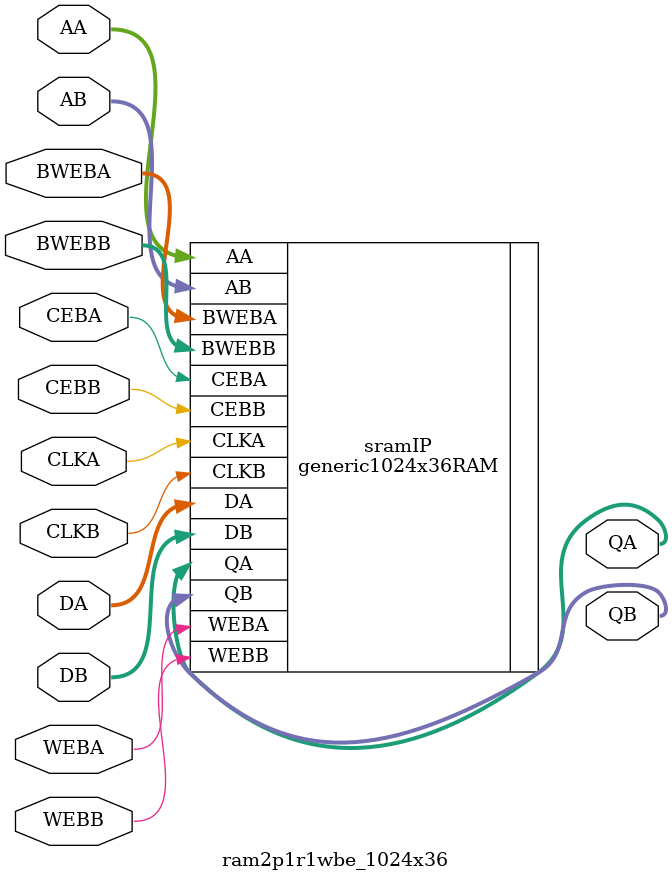
<source format=sv>

module ram2p1r1wbe_1024x36( 
  input  logic          CLKA, 
  input  logic          CLKB, 
  input  logic 	        CEBA, 
  input  logic 	        CEBB, 
  input  logic          WEBA,
  input  logic          WEBB,
  input  logic [9:0]    AA, 
  input  logic [9:0]    AB, 
  input  logic [35:0]   DA,
  input  logic [35:0]   DB,
  input  logic [35:0]   BWEBA, 
  input  logic [35:0]   BWEBB, 
  output logic [35:0]   QA,
  output logic [35:0]   QB
);

   // replace "generic1024x36RAM" with "TSDN..1024X36.." module from your memory vendor
   generic1024x36RAM sramIP (.CLKA, .CLKB, .CEBA, .CEBB, .WEBA, .WEBB, 
   			     .AA, .AB, .DA, .DB, .BWEBA, .BWEBB, .QA, .QB);

endmodule

</source>
